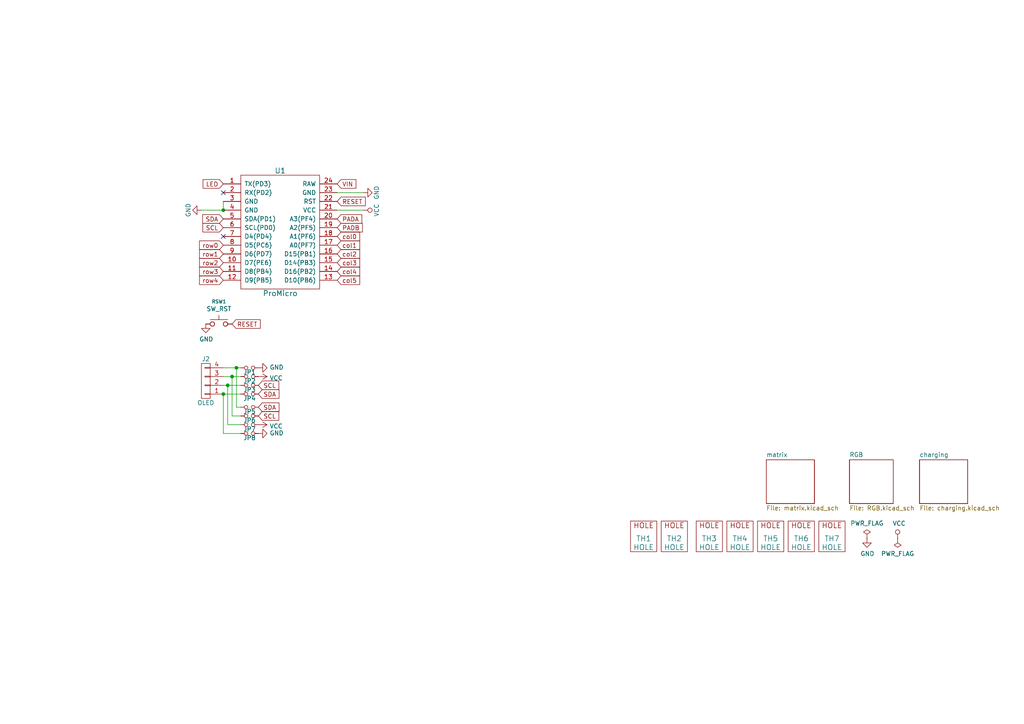
<source format=kicad_sch>
(kicad_sch (version 20230121) (generator eeschema)
  (paper "A4")
  (lib_symbols
    (symbol "Gecko_Split-rescue:GND-Lily58-cache" (power) (pin_names (offset 0))
      (property "Value" "GND-Lily58-cache" (at 0 -3.81 0))
      (symbol "GND-Lily58-cache_1_1"
        (polyline (pts (xy 0 0) (xy 0 -1.27) (xy 1.27 -1.27) (xy 0 -2.54) (xy -1.27 -1.27) (xy 0 -1.27)))
        (pin power_in line (at 0 0 0) (length 0) hide (name "GND") (number "1"))
      )
    )
    (symbol "Gecko_Split-rescue:HOLE-Lily58-cache" (pin_names (offset 1.016))
      (property "Reference" "U" (at 0 0 0))
      (property "Value" "Lily58-cache:HOLE" (at 0 -5.08 0))
      (symbol "HOLE-Lily58-cache_0_0"
        (text "HOLE" (at 0 3.81 0) (effects (font (size 1.524 1.524))))
      )
      (symbol "HOLE-Lily58-cache_0_1"
        (rectangle (start 3.81 5.08) (end -3.81 -3.81))
      )
    )
    (symbol "Gecko_Split-rescue:Jumper_NO_Small-Device" (pin_numbers hide) (pin_names (offset 0.762) hide)
      (property "Reference" "JP" (at 0 2.032 0))
      (property "Value" "Device:Jumper_NO_Small" (at 0.254 -1.524 0))
      (symbol "Jumper_NO_Small-Device_0_1"
        (circle (center -1.016 0) (radius 0.508))
        (circle (center 1.016 0) (radius 0.508))
        (pin passive line (at -2.54 0 0) (length 1.016) (name "1") (number "1"))
        (pin passive line (at 2.54 0 180) (length 1.016) (name "2") (number "2"))
      )
    )
    (symbol "Gecko_Split-rescue:OLED-Lily58-cache" (pin_names (offset 1.016) hide)
      (property "Reference" "J" (at 0 6.35 0))
      (property "Value" "Lily58-cache:OLED" (at 2.54 0 90))
      (symbol "OLED-Lily58-cache_0_1"
        (rectangle (start -1.27 -3.683) (end 0.254 -3.937))
        (rectangle (start -1.27 -1.143) (end 0.254 -1.397))
        (rectangle (start -1.27 1.397) (end 0.254 1.143))
        (rectangle (start -1.27 3.937) (end 0.254 3.683))
        (rectangle (start -1.27 5.08) (end 1.27 -5.08))
      )
      (symbol "OLED-Lily58-cache_1_1"
        (pin passive line (at -5.08 3.81 0) (length 3.81) (name "P1") (number "1"))
        (pin passive line (at -5.08 1.27 0) (length 3.81) (name "P2") (number "2"))
        (pin passive line (at -5.08 -1.27 0) (length 3.81) (name "P3") (number "3"))
        (pin passive line (at -5.08 -3.81 0) (length 3.81) (name "P4") (number "4"))
      )
    )
    (symbol "Gecko_Split-rescue:PWR_FLAG-Lily58-cache" (power) (pin_numbers hide) (pin_names (offset 0) hide)
      (property "Value" "PWR_FLAG-Lily58-cache" (at 0 3.81 0))
      (symbol "PWR_FLAG-Lily58-cache_0_0"
        (pin power_out line (at 0 0 90) (length 0) (name "pwr") (number "1"))
      )
      (symbol "PWR_FLAG-Lily58-cache_0_1"
        (polyline (pts (xy 0 0) (xy 0 1.27) (xy -1.016 1.905) (xy 0 2.54) (xy 1.016 1.905) (xy 0 1.27)))
      )
    )
    (symbol "Gecko_Split-rescue:ProMicro_2-Lily58-cache" (pin_names (offset 1.016))
      (property "Reference" "U" (at 0 17.78 0))
      (property "Value" "Lily58-cache:ProMicro_2" (at 0 -17.78 0))
      (symbol "ProMicro_2-Lily58-cache_0_1"
        (rectangle (start -11.43 16.51) (end 11.43 -16.51))
      )
      (symbol "ProMicro_2-Lily58-cache_1_1"
        (pin input line (at -16.51 13.97 0) (length 5.08) (name "TX(PD3)") (number "1"))
        (pin input line (at -16.51 -8.89 0) (length 5.08) (name "D7(PE6)") (number "10"))
        (pin input line (at -16.51 -11.43 0) (length 5.08) (name "D8(PB4)") (number "11"))
        (pin input line (at -16.51 -13.97 0) (length 5.08) (name "D9(PB5)") (number "12"))
        (pin input line (at 16.51 -13.97 180) (length 5.08) (name "D10(PB6)") (number "13"))
        (pin input line (at 16.51 -11.43 180) (length 5.08) (name "D16(PB2)") (number "14"))
        (pin input line (at 16.51 -8.89 180) (length 5.08) (name "D14(PB3)") (number "15"))
        (pin input line (at 16.51 -6.35 180) (length 5.08) (name "D15(PB1)") (number "16"))
        (pin input line (at 16.51 -3.81 180) (length 5.08) (name "A0(PF7)") (number "17"))
        (pin input line (at 16.51 -1.27 180) (length 5.08) (name "A1(PF6)") (number "18"))
        (pin input line (at 16.51 1.27 180) (length 5.08) (name "A2(PF5)") (number "19"))
        (pin input line (at -16.51 11.43 0) (length 5.08) (name "RX(PD2)") (number "2"))
        (pin input line (at 16.51 3.81 180) (length 5.08) (name "A3(PF4)") (number "20"))
        (pin input line (at 16.51 6.35 180) (length 5.08) (name "VCC") (number "21"))
        (pin input line (at 16.51 8.89 180) (length 5.08) (name "RST") (number "22"))
        (pin input line (at 16.51 11.43 180) (length 5.08) (name "GND") (number "23"))
        (pin input line (at 16.51 13.97 180) (length 5.08) (name "RAW") (number "24"))
        (pin input line (at -16.51 8.89 0) (length 5.08) (name "GND") (number "3"))
        (pin input line (at -16.51 6.35 0) (length 5.08) (name "GND") (number "4"))
        (pin input line (at -16.51 3.81 0) (length 5.08) (name "SDA(PD1)") (number "5"))
        (pin input line (at -16.51 1.27 0) (length 5.08) (name "SCL(PD0)") (number "6"))
        (pin input line (at -16.51 -1.27 0) (length 5.08) (name "D4(PD4)") (number "7"))
        (pin input line (at -16.51 -3.81 0) (length 5.08) (name "D5(PC6)") (number "8"))
        (pin input line (at -16.51 -6.35 0) (length 5.08) (name "D6(PD7)") (number "9"))
      )
    )
    (symbol "Gecko_Split-rescue:SW_RST-Lily58-cache" (pin_numbers hide) (pin_names (offset 1.016) hide)
      (property "Reference" "RSW" (at 2.54 2.54 0))
      (property "Value" "Lily58-cache:SW_RST" (at 0 -2.54 0))
      (symbol "SW_RST-Lily58-cache_0_1"
        (polyline (pts (xy -2.54 1.27) (xy 2.54 1.27)))
        (polyline (pts (xy 0 2.54) (xy 0 1.27)))
        (pin passive inverted (at -3.81 0 0) (length 2.54) (name "1") (number "1"))
        (pin passive inverted (at 3.81 0 180) (length 2.54) (name "2") (number "2"))
      )
    )
    (symbol "Gecko_Split-rescue:VCC-Lily58-cache" (power) (pin_names (offset 0))
      (property "Value" "VCC-Lily58-cache" (at 0 3.81 0))
      (symbol "VCC-Lily58-cache_0_1"
        (polyline (pts (xy 0 0) (xy 0 1.27)))
        (circle (center 0 1.905) (radius 0.635))
      )
      (symbol "VCC-Lily58-cache_1_1"
        (pin power_in line (at 0 0 90) (length 0) hide (name "VCC") (number "1"))
      )
    )
    (symbol "power:GND" (power) (pin_names (offset 0))
      (property "Value" "GND" (at 0 -3.81 0))
      (symbol "GND_0_1"
        (polyline (pts (xy 0 0) (xy 0 -1.27) (xy 1.27 -1.27) (xy 0 -2.54) (xy -1.27 -1.27) (xy 0 -1.27)))
      )
      (symbol "GND_1_1"
        (pin power_in line (at 0 0 270) (length 0) hide (name "GND") (number "1"))
      )
    )
    (symbol "power:VCC" (power) (pin_names (offset 0))
      (property "Value" "VCC" (at 0 3.81 0))
      (symbol "VCC_0_1"
        (polyline (pts (xy -0.762 1.27) (xy 0 2.54)))
        (polyline (pts (xy 0 0) (xy 0 2.54)))
        (polyline (pts (xy 0 2.54) (xy 0.762 1.27)))
      )
      (symbol "VCC_1_1"
        (pin power_in line (at 0 0 90) (length 0) hide (name "VCC") (number "1"))
      )
    )
  )
  (junction (at 67.31 109.22))
  (junction (at 64.77 60.96))
  (junction (at 64.77 114.3))
  (junction (at 66.04 111.76))
  (junction (at 68.58 106.68))
  (no_connect (at 64.77 55.88))
  (no_connect (at 64.77 68.58))
  (wire (pts (xy 64.77 109.22) (xy 67.31 109.22)))
  (wire (pts (xy 69.85 114.3) (xy 64.77 114.3)))
  (wire (pts (xy 64.77 111.76) (xy 66.04 111.76)))
  (wire (pts (xy 64.77 58.42) (xy 64.77 60.96)))
  (wire (pts (xy 64.77 114.3) (xy 64.77 125.73)))
  (wire (pts (xy 67.31 109.22) (xy 67.31 120.65)))
  (wire (pts (xy 68.58 118.11) (xy 69.85 118.11)))
  (wire (pts (xy 64.77 106.68) (xy 68.58 106.68)))
  (wire (pts (xy 97.79 60.96) (xy 105.41 60.96)))
  (wire (pts (xy 68.58 106.68) (xy 69.85 106.68)))
  (wire (pts (xy 66.04 111.76) (xy 69.85 111.76)))
  (wire (pts (xy 67.31 120.65) (xy 69.85 120.65)))
  (wire (pts (xy 97.79 55.88) (xy 105.41 55.88)))
  (wire (pts (xy 64.77 60.96) (xy 58.42 60.96)))
  (wire (pts (xy 66.04 123.19) (xy 69.85 123.19)))
  (wire (pts (xy 64.77 125.73) (xy 69.85 125.73)))
  (wire (pts (xy 67.31 109.22) (xy 69.85 109.22)))
  (wire (pts (xy 68.58 106.68) (xy 68.58 118.11)))
  (wire (pts (xy 66.04 111.76) (xy 66.04 123.19)))
  (global_label "col5" (shape input) (at 97.79 81.28 0) (property "Intersheetrefs" "${INTERSHEET_REFS}" (effects hide)))
  (global_label "SCL" (shape input) (at 64.77 66.04 180) (property "Intersheetrefs" "${INTERSHEET_REFS}" (effects hide)))
  (global_label "PADB" (shape input) (at 97.79 66.04 0) (property "Intersheetrefs" "${INTERSHEET_REFS}" (effects hide)))
  (global_label "SDA" (shape input) (at 64.77 63.5 180) (property "Intersheetrefs" "${INTERSHEET_REFS}" (effects hide)))
  (global_label "PADA" (shape input) (at 97.79 63.5 0) (property "Intersheetrefs" "${INTERSHEET_REFS}" (effects hide)))
  (global_label "row2" (shape input) (at 64.77 76.2 180) (property "Intersheetrefs" "${INTERSHEET_REFS}" (effects hide)))
  (global_label "LED" (shape input) (at 64.77 53.34 180) (property "Intersheetrefs" "${INTERSHEET_REFS}" (effects hide)))
  (global_label "SCL" (shape input) (at 74.93 111.76 0) (property "Intersheetrefs" "${INTERSHEET_REFS}" (effects hide)))
  (global_label "col4" (shape input) (at 97.79 78.74 0) (property "Intersheetrefs" "${INTERSHEET_REFS}" (effects hide)))
  (global_label "row4" (shape input) (at 64.77 81.28 180) (property "Intersheetrefs" "${INTERSHEET_REFS}" (effects hide)))
  (global_label "col3" (shape input) (at 97.79 76.2 0) (property "Intersheetrefs" "${INTERSHEET_REFS}" (effects hide)))
  (global_label "row1" (shape input) (at 64.77 73.66 180) (property "Intersheetrefs" "${INTERSHEET_REFS}" (effects hide)))
  (global_label "SDA" (shape input) (at 74.93 118.11 0) (property "Intersheetrefs" "${INTERSHEET_REFS}" (effects hide)))
  (global_label "row0" (shape input) (at 64.77 71.12 180) (property "Intersheetrefs" "${INTERSHEET_REFS}" (effects hide)))
  (global_label "RESET" (shape input) (at 97.79 58.42 0) (property "Intersheetrefs" "${INTERSHEET_REFS}" (effects hide)))
  (global_label "col1" (shape input) (at 97.79 71.12 0) (property "Intersheetrefs" "${INTERSHEET_REFS}" (effects hide)))
  (global_label "VIN" (shape input) (at 97.79 53.34 0) (property "Intersheetrefs" "${INTERSHEET_REFS}" (effects hide)))
  (global_label "SCL" (shape input) (at 74.93 120.65 0) (property "Intersheetrefs" "${INTERSHEET_REFS}" (effects hide)))
  (global_label "col2" (shape input) (at 97.79 73.66 0) (property "Intersheetrefs" "${INTERSHEET_REFS}" (effects hide)))
  (global_label "RESET" (shape input) (at 67.31 93.98 0) (property "Intersheetrefs" "${INTERSHEET_REFS}" (effects hide)))
  (global_label "SDA" (shape input) (at 74.93 114.3 0) (property "Intersheetrefs" "${INTERSHEET_REFS}" (effects hide)))
  (global_label "row3" (shape input) (at 64.77 78.74 180) (property "Intersheetrefs" "${INTERSHEET_REFS}" (effects hide)))
  (global_label "col0" (shape input) (at 97.79 68.58 0) (property "Intersheetrefs" "${INTERSHEET_REFS}" (effects hide)))
  (symbol (lib_id "Gecko_Split-rescue:ProMicro_2-Lily58-cache") (at 81.28 67.31 0) (unit 1)
    (property "Reference" "U1" (at 81.28 49.53 0) (effects (font (size 1.524 1.524))))
    (property "Value" "ProMicro" (at 81.28 85.09 0) (effects (font (size 1.524 1.524))))
    (property "Footprint" "Lily58-footprint:ProMicro_rev2" (effects hide))
  )
  (symbol (lib_id "Gecko_Split-rescue:VCC-Lily58-cache") (at 105.41 60.96 270) (unit 1)
    (property "Reference" "#PWR03" (effects hide))
    (property "Value" "VCC" (at 109.22 60.96 0))
  )
  (symbol (lib_id "Gecko_Split-rescue:GND-Lily58-cache") (at 59.69 93.98 0) (unit 1)
    (property "Reference" "#PWR04" (effects hide))
    (property "Value" "GND" (at 59.817 98.3742 0))
  )
  (symbol (lib_id "Gecko_Split-rescue:PWR_FLAG-Lily58-cache") (at 251.46 156.21 0) (unit 1)
    (property "Reference" "#FLG01" (effects hide))
    (property "Value" "PWR_FLAG" (at 251.46 151.7904 0))
  )
  (symbol (lib_id "Gecko_Split-rescue:GND-Lily58-cache") (at 251.46 156.21 0) (unit 1)
    (property "Reference" "#PWR013" (effects hide))
    (property "Value" "GND" (at 251.587 160.6042 0))
  )
  (symbol (lib_id "Gecko_Split-rescue:VCC-Lily58-cache") (at 260.35 156.21 0) (unit 1)
    (property "Reference" "#PWR014" (effects hide))
    (property "Value" "VCC" (at 260.7818 151.8158 0))
  )
  (symbol (lib_id "Gecko_Split-rescue:PWR_FLAG-Lily58-cache") (at 260.35 156.21 180) (unit 1)
    (property "Reference" "#FLG02" (effects hide))
    (property "Value" "PWR_FLAG" (at 260.35 160.6042 0))
  )
  (symbol (lib_id "Gecko_Split-rescue:HOLE-Lily58-cache") (at 186.69 156.21 0) (unit 1)
    (property "Reference" "TH1" (at 186.69 156.21 0) (effects (font (size 1.524 1.524))))
    (property "Value" "HOLE" (at 186.69 158.75 0) (effects (font (size 1.524 1.524))))
    (property "Footprint" "Lily58_Pro-footprint:HOLE_M2" (effects hide))
  )
  (symbol (lib_id "Gecko_Split-rescue:HOLE-Lily58-cache") (at 195.58 156.21 0) (unit 1)
    (property "Reference" "TH2" (at 195.58 156.21 0) (effects (font (size 1.524 1.524))))
    (property "Value" "HOLE" (at 195.58 158.75 0) (effects (font (size 1.524 1.524))))
    (property "Footprint" "Lily58_Pro-footprint:HOLE_M2" (effects hide))
  )
  (symbol (lib_id "Gecko_Split-rescue:HOLE-Lily58-cache") (at 214.63 156.21 0) (unit 1)
    (property "Reference" "TH4" (at 214.63 156.21 0) (effects (font (size 1.524 1.524))))
    (property "Value" "HOLE" (at 214.63 158.75 0) (effects (font (size 1.524 1.524))))
    (property "Footprint" "Lily58-footprint:HOLE_M2_TH" (effects hide))
  )
  (symbol (lib_id "Gecko_Split-rescue:HOLE-Lily58-cache") (at 223.52 156.21 0) (unit 1)
    (property "Reference" "TH5" (at 223.52 156.21 0) (effects (font (size 1.524 1.524))))
    (property "Value" "HOLE" (at 223.52 158.75 0) (effects (font (size 1.524 1.524))))
    (property "Footprint" "Lily58-footprint:HOLE_M2_TH" (effects hide))
  )
  (symbol (lib_id "Gecko_Split-rescue:HOLE-Lily58-cache") (at 232.41 156.21 0) (unit 1)
    (property "Reference" "TH6" (at 232.41 156.21 0) (effects (font (size 1.524 1.524))))
    (property "Value" "HOLE" (at 232.41 158.75 0) (effects (font (size 1.524 1.524))))
    (property "Footprint" "Lily58-footprint:HOLE_M2_TH" (effects hide))
  )
  (symbol (lib_id "Gecko_Split-rescue:HOLE-Lily58-cache") (at 241.3 156.21 0) (unit 1)
    (property "Reference" "TH7" (at 241.3 156.21 0) (effects (font (size 1.524 1.524))))
    (property "Value" "HOLE" (at 241.3 158.75 0) (effects (font (size 1.524 1.524))))
    (property "Footprint" "Lily58-footprint:HOLE_M2_TH" (effects hide))
  )
  (symbol (lib_id "Gecko_Split-rescue:HOLE-Lily58-cache") (at 205.74 156.21 0) (unit 1)
    (property "Reference" "TH3" (at 205.74 156.21 0) (effects (font (size 1.524 1.524))))
    (property "Value" "HOLE" (at 205.74 158.75 0) (effects (font (size 1.524 1.524))))
    (property "Footprint" "Lily58-footprint:HOLE_M2_TH" (effects hide))
  )
  (symbol (lib_id "Gecko_Split-rescue:GND-Lily58-cache") (at 105.41 55.88 90) (unit 1)
    (property "Reference" "#PWR01" (effects hide))
    (property "Value" "GND" (at 109.22 55.88 0))
  )
  (symbol (lib_id "Gecko_Split-rescue:GND-Lily58-cache") (at 58.42 60.96 270) (unit 1)
    (property "Reference" "#PWR02" (effects hide))
    (property "Value" "GND" (at 54.61 60.96 0))
  )
  (symbol (lib_id "Gecko_Split-rescue:SW_RST-Lily58-cache") (at 63.5 93.98 0) (unit 1)
    (property "Reference" "RSW1" (at 63.5 87.4776 0) (effects (font (size 1.016 1.016))))
    (property "Value" "SW_RST" (at 63.5 89.5858 0))
    (property "Footprint" "Button_Switch_THT:SW_SPST_Omron_B3F-315x_Angled" (effects hide))
  )
  (symbol (lib_id "Gecko_Split-rescue:OLED-Lily58-cache") (at 59.69 110.49 180) (unit 1)
    (property "Reference" "J2" (at 59.69 104.14 0))
    (property "Value" "OLED" (at 59.69 116.84 0))
    (property "Footprint" "Lily58-footprint:OLED_4Pin" (effects hide))
  )
  (symbol (lib_id "Gecko_Split-rescue:Jumper_NO_Small-Device") (at 72.39 106.68 0) (unit 1)
    (property "Reference" "JP1" (at 72.39 107.95 0))
    (property "Value" "Jumper_NO_Small" (effects hide))
    (property "Footprint" "Lily58-footprint:Jumper" (effects hide))
  )
  (symbol (lib_id "Gecko_Split-rescue:Jumper_NO_Small-Device") (at 72.39 109.22 0) (unit 1)
    (property "Reference" "JP2" (at 72.39 110.49 0))
    (property "Value" "Jumper_NO_Small" (effects hide))
    (property "Footprint" "Lily58-footprint:Jumper" (effects hide))
  )
  (symbol (lib_id "Gecko_Split-rescue:Jumper_NO_Small-Device") (at 72.39 111.76 0) (unit 1)
    (property "Reference" "JP3" (at 72.39 113.03 0))
    (property "Value" "Jumper_NO_Small" (effects hide))
    (property "Footprint" "Lily58-footprint:Jumper" (effects hide))
  )
  (symbol (lib_id "Gecko_Split-rescue:Jumper_NO_Small-Device") (at 72.39 114.3 0) (unit 1)
    (property "Reference" "JP4" (at 72.39 115.57 0))
    (property "Value" "Jumper_NO_Small" (effects hide))
    (property "Footprint" "Lily58-footprint:Jumper" (effects hide))
  )
  (symbol (lib_id "Gecko_Split-rescue:Jumper_NO_Small-Device") (at 72.39 118.11 0) (unit 1)
    (property "Reference" "JP5" (at 72.39 119.38 0))
    (property "Value" "Jumper_NO_Small" (effects hide))
    (property "Footprint" "Lily58-footprint:Jumper" (effects hide))
  )
  (symbol (lib_id "Gecko_Split-rescue:Jumper_NO_Small-Device") (at 72.39 120.65 0) (unit 1)
    (property "Reference" "JP6" (at 72.39 121.92 0))
    (property "Value" "Jumper_NO_Small" (effects hide))
    (property "Footprint" "Lily58-footprint:Jumper" (effects hide))
  )
  (symbol (lib_id "Gecko_Split-rescue:Jumper_NO_Small-Device") (at 72.39 123.19 0) (unit 1)
    (property "Reference" "JP7" (at 72.39 124.46 0))
    (property "Value" "Jumper_NO_Small" (effects hide))
    (property "Footprint" "Lily58-footprint:Jumper" (effects hide))
  )
  (symbol (lib_id "Gecko_Split-rescue:Jumper_NO_Small-Device") (at 72.39 125.73 0) (unit 1)
    (property "Reference" "JP8" (at 72.39 127 0))
    (property "Value" "Jumper_NO_Small" (effects hide))
    (property "Footprint" "Lily58-footprint:Jumper" (effects hide))
  )
  (symbol (lib_id "power:GND") (at 74.93 106.68 90) (unit 1)
    (property "Reference" "#PWR09" (effects hide))
    (property "Value" "GND" (at 78.1812 106.553 90) (effects (justify right)))
  )
  (symbol (lib_id "power:VCC") (at 74.93 109.22 270) (unit 1)
    (property "Reference" "#PWR010" (effects hide))
    (property "Value" "VCC" (at 78.1812 109.6518 90) (effects (justify left)))
  )
  (symbol (lib_id "power:GND") (at 74.93 125.73 90) (unit 1)
    (property "Reference" "#PWR012" (effects hide))
    (property "Value" "GND" (at 78.1812 125.603 90) (effects (justify right)))
  )
  (symbol (lib_id "power:VCC") (at 74.93 123.19 270) (unit 1)
    (property "Reference" "#PWR011" (effects hide))
    (property "Value" "VCC" (at 78.1812 123.6218 90) (effects (justify left)))
  )
  (sheet (at 222.25 133.35) (size 13.97 12.7) (stroke (width 0.1524))
    (property "Sheetname" "matrix" (at 222.25 132.6384 0) (effects (justify left bottom)))
    (property "Sheetfile" "matrix.kicad_sch" (at 222.25 146.6346 0) (effects (justify left top)))
  )
  (sheet (at 266.7 133.35) (size 13.97 12.7) (stroke (width 0.1524))
    (property "Sheetname" "charging" (at 266.7 132.6384 0) (effects (justify left bottom)))
    (property "Sheetfile" "charging.kicad_sch" (at 266.7 146.6346 0) (effects (justify left top)))
  )
  (sheet (at 246.38 133.35) (size 12.7 12.7) (stroke (width 0.1524))
    (property "Sheetname" "RGB" (at 246.38 132.6384 0) (effects (justify left bottom)))
    (property "Sheetfile" "RGB.kicad_sch" (at 246.38 146.6346 0) (effects (justify left top)))
  )
)
</source>
